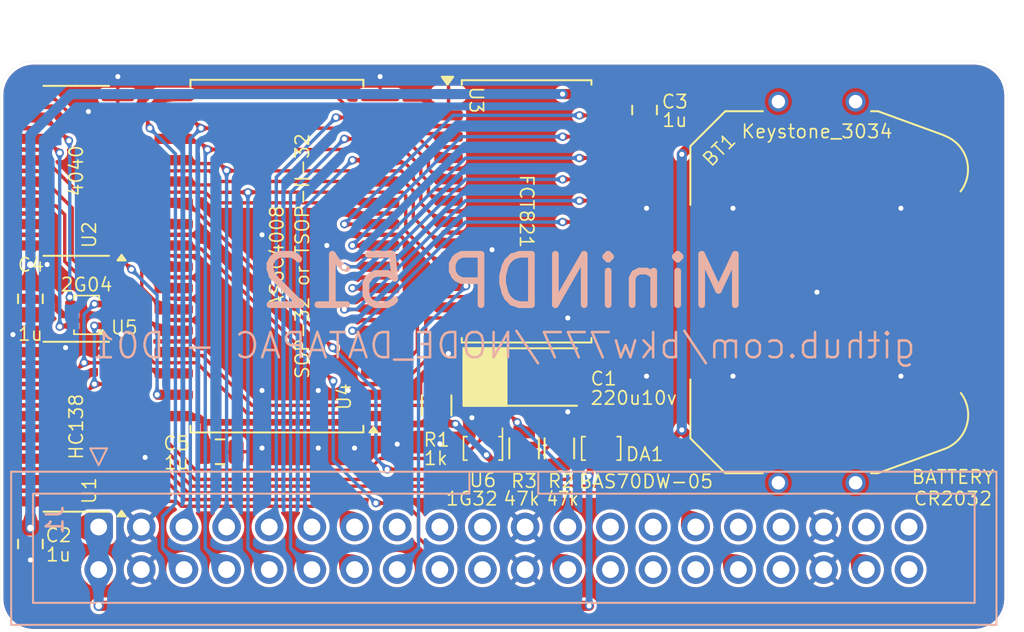
<source format=kicad_pcb>
(kicad_pcb (version 20240108) (generator "pcbnew") (generator_version "8.0")
  (title_block (title "MiniNDP 512") (date "2024-06-16") (rev "D01") (company "Brian K. White - b.kenyon.w@gmail.com") (comment 1 "github.com/bkw777/NODE_DATAPAC"))
  (layers (0 "F.Cu" signal) (31 "B.Cu" signal) (34 "B.Paste" user) (35 "F.Paste" user) (36 "B.SilkS" user "B.Silkscreen") (37 "F.SilkS" user "F.Silkscreen") (38 "B.Mask" user) (39 "F.Mask" user) (44 "Edge.Cuts" user))
  (net 0 "")
  (net 1 "GND")
  (net 2 "VMEM")
  (net 3 "VBUS")
  (net 4 "/AD0")
  (net 5 "/AD1")
  (net 6 "/AD2")
  (net 7 "/AD3")
  (net 8 "/AD4")
  (net 9 "/AD5")
  (net 10 "/AD6")
  (net 11 "/AD7")
  (net 12 "/A8")
  (net 13 "/A9")
  (net 14 "/~{RD}")
  (net 15 "/RAMRST")
  (net 16 "/~{Y0}")
  (net 17 "/(A)")
  (net 23 "/~{BLOCK}")
  (net 24 "/~{BYTE}")
  (net 27 "/BUS_A10")
  (net 30 "/SLEEP")
  (net 31 "/A5")
  (net 32 "/A6")
  (net 34 "/~{CE}")
  (net 35 "/A7")
  (net 36 "+BATT")
  (net 37 "/BUS_A8")
  (net 38 "/BUS_A9")
  (net 39 "/A0")
  (net 40 "/A1")
  (net 41 "/A2")
  (net 42 "/A3")
  (net 43 "/A4")
  (net 55 "/BYTE0")
  (net 57 "/~{WR}")
  (net 59 "Net-(C1-Pad1)")
  (net 61 "/A15")
  (net 62 "/A12")
  (net 63 "/A13")
  (net 64 "/A18")
  (net 65 "/A14")
  (net 66 "/A16")
  (net 67 "/A17")
  (net 68 "/A10")
  (net 69 "/A11")
  (net 70 "/~{BYTE++}")
  (footprint "000_LOCAL:CP_6032" (layer "F.Cu") (at 153.309 104.825)
    (property "Reference" "C1")
    (property "Value" "220u10v")
  )
  (footprint "000_LOCAL:C_0805" (layer "F.Cu") (at 123.756 114.771 -90)
    (property "Reference" "C2")
    (property "Value" "1u")
  )
  (footprint "000_LOCAL:SOIC-24" (layer "F.Cu") (at 153.309001 94.958999)
    (property "Reference" "U3")
    (property "Value" "FCT821")
  )
  (footprint "000_LOCAL:Fiducial_0.75_1.5" (layer "F.Cu") (at 179.95 118.025)
    (property "Reference" "F2" (hide yes))
    (property "Value" "Fiducial_0.75_1.5" (hide yes))
  )
  (footprint "000_LOCAL:TSOP-II-SOP-32_dual" (layer "F.Cu") (at 138.4372 97.626 180)
    (property "Reference" "U4")
    (property "Value" "AS6C4008")
  )
  (footprint "000_LOCAL:Fiducial_0.75_1.5" (layer "F.Cu") (at 179.95 88.025 90)
    (property "Reference" "F2" (hide yes))
    (property "Value" "Fiducial_0.75_1.5" (hide yes))
  )
  (footprint "000_LOCAL:SOT-363_SC-70-6_symmetric" (layer "F.Cu") (at 157.75 109.075 90)
    (property "Reference" "DA1")
    (property "Value" "BAS70DW-05")
  )
  (footprint "000_LOCAL:R_0805" (layer "F.Cu") (at 147.95 106.516 90)
    (property "Reference" "R1")
    (property "Value" "1k")
  )
  (footprint "000_LOCAL:SOT-353_SC-70-5" (layer "F.Cu") (at 150.709 109.075 -90)
    (property "Reference" "U6")
    (property "Value" "1G32")
  )
  (footprint "000_LOCAL:C_0805" (layer "F.Cu") (at 160.331999 88.924 -90)
    (property "Reference" "C3")
    (property "Value" "1u")
  )
  (footprint "000_LOCAL:R_0805" (layer "F.Cu") (at 155.259 109.075 90)
    (property "Reference" "R2")
    (property "Value" "47k")
  )
  (footprint "000_LOCAL:Fiducial_0.75_1.5" (layer "F.Cu") (at 123.95 118.025)
    (property "Reference" "F3" (hide yes))
    (property "Value" "Fiducial_0.75_1.5" (hide yes))
  )
  (footprint "000_LOCAL:MiniNDP_Cover" (layer "F.Cu") (at 151.95 103.025)
    (property "Reference" "ENCLOSURE")
    (property "Value" "MiniNDP_Cover")
  )
  (footprint "000_LOCAL:SOIC-16_3.9x9.9mm_P1.27mm" (layer "F.Cu") (at 126.485 107.786 180)
    (property "Reference" "U1")
    (property "Value" "HC138")
  )
  (footprint "000_LOCAL:SOT-363_SC-70-6" (layer "F.Cu") (at 127.1 101.125 180)
    (property "Reference" "U5")
    (property "Value" "2G04")
  )
  (footprint "000_LOCAL:Keystone_3028_3034" (layer "F.Cu") (at 170.6 99.775 90)
    (property "Reference" "BT1")
    (property "Value" "Keystone_3034")
  )
  (footprint "000_LOCAL:R_0805" (layer "F.Cu") (at 153.159 109.075 90)
    (property "Reference" "R3")
    (property "Value" "47k")
  )
  (footprint "000_LOCAL:C_0805" (layer "F.Cu") (at 123.756 100.166 -90)
    (property "Reference" "C4")
    (property "Value" "1u")
  )
  (footprint "000_LOCAL:SOIC-16_3.9x9.9mm_P1.27mm" (layer "F.Cu") (at 126.485 92.546 180)
    (property "Reference" "U2")
    (property "Value" "4040")
  )
  (footprint "000_LOCAL:C_0805" (layer "F.Cu") (at 135.05 109.275)
    (property "Reference" "C5")
    (property "Value" "1u")
  )
  (footprint "000_LOCAL:IDC-Header_2x20_P2.54mm_Vertical" (layer "B.Cu") (at 127.82 113.755 -90)
    (property "Reference" "J1")
    (property "Value" "Conn_02x20_Odd_Even")
  )
  (gr_line (start 123.95 86.025) (end 179.95 86.025) (stroke (width 0.01)) (layer "Edge.Cuts"))
  (gr_line (start 179.95 120.025) (end 123.95 120.025) (stroke (width 0.01)) (layer "Edge.Cuts"))
  (gr_arc (start 179.95 86.024999) (mid 181.364214 86.610786) (end 181.950001 88.025) (stroke (width 0.01)) (layer "Edge.Cuts"))
  (gr_arc (start 123.95 120.025) (mid 122.535786 119.439214) (end 121.95 118.025) (stroke (width 0.01)) (layer "Edge.Cuts"))
  (gr_arc (start 181.950001 118.025) (mid 181.364214 119.439214) (end 179.95 120.025001) (stroke (width 0.01)) (layer "Edge.Cuts"))
  (gr_line (start 181.95 88.025) (end 181.95 118.025) (stroke (width 0.01)) (layer "Edge.Cuts"))
  (gr_arc (start 121.949999 88.025) (mid 122.535786 86.610786) (end 123.95 86.024999) (stroke (width 0.01)) (layer "Edge.Cuts"))
  (gr_line (start 121.95 118.025) (end 121.95 88.025) (stroke (width 0.01)) (layer "Edge.Cuts"))
  (gr_text "${TITLE}" (at 151.95 99.15 0) (layer "B.SilkS") (effects (font (size 3 3) (thickness 0.4)) (justify mirror)))
  (gr_text "${COMMENT1} - ${REVISION}" (at 151.95 102.96 0) (layer "B.SilkS") (effects (font (size 1.5 1.5)) (justify mirror)))
  (gr_text "SOP-32 or TSOP-II-32" (at 139.95 97.625 90) (layer "F.SilkS") (effects (font (size 0.8 0.8) (thickness 0.1))))
  (gr_text "BATTERY\nCR2032" (at 178.7 111.425 0) (layer "F.SilkS") (effects (font (size 0.8 0.8) (thickness 0.1))))
  (via (at 150.05 107.25) (size 0.5) (drill 0.3) (layers "F.Cu" "B.Cu") (net 1))
  (via (at 129.15 102.275) (size 0.5) (drill 0.3) (layers "F.Cu" "B.Cu") (net 1))
  (via (at 155.76 101.309) (size 0.5) (drill 0.3) (layers "F.Cu" "B.Cu") (net 1))
  (via (at 151.25 97.245) (size 0.5) (drill 0.3) (layers "F.Cu" "B.Cu") (net 1))
  (via (at 170.6 99.775) (size 0.5) (drill 0.3) (layers "F.Cu" "B.Cu") (net 1))
  (via (at 165.6 94.775) (size 0.5) (drill 0.3) (layers "F.Cu" "B.Cu") (net 1))
  (via (at 128.963 86.9326) (size 0.5) (drill 0.3) (layers "F.Cu" "B.Cu") (net 1))
  (via (at 143.06 109.056) (size 0.5) (drill 0.3) (layers "F.Cu" "B.Cu") (net 1))
  (via (at 175.6 94.775) (size 0.5) (drill 0.3) (layers "F.Cu" "B.Cu") (net 1))
  (via (at 145.6 108.825) (size 0.5) (drill 0.3) (layers "F.Cu" "B.Cu") (net 1))
  (via (at 124.75 98.125) (size 0.5) (drill 0.3) (layers "F.Cu" "B.Cu") (net 1))
  (via (at 137.55 96.356) (size 0.5) (drill 0.3) (layers "F.Cu" "B.Cu") (net 1))
  (via (at 140.9 105.627) (size 0.5) (drill 0.3) (layers "F.Cu" "B.Cu") (net 1))
  (via (at 140.9 109.056) (size 0.5) (drill 0.3) (layers "F.Cu" "B.Cu") (net 1))
  (via (at 122.7146 102.2996) (size 0.5) (drill 0.3) (layers "F.Cu" "B.Cu") (net 1))
  (via (at 165.6 104.775) (size 0.5) (drill 0.3) (layers "F.Cu" "B.Cu") (net 1))
  (via (at 123.756 115.721) (size 0.5) (drill 0.3) (layers "F.Cu" "B.Cu") (net 1))
  (via (at 141.409 96.991) (size 0.5) (drill 0.3) (layers "F.Cu" "B.Cu") (net 1))
  (via (at 130.5886 109.6148) (size 0.5) (drill 0.3) (layers "F.Cu" "B.Cu") (net 1))
  (via (at 137.55 109.056) (size 0.5) (drill 0.3) (layers "F.Cu" "B.Cu") (net 1))
  (via (at 160.45 104.775) (size 0.5) (drill 0.3) (layers "F.Cu" "B.Cu") (net 1))
  (via (at 144.584 86.9326) (size 0.5) (drill 0.3) (layers "F.Cu" "B.Cu") (net 1))
  (via (at 137.5482 105.627) (size 0.5) (drill 0.3) (layers "F.Cu" "B.Cu") (net 1))
  (via (at 125.85 103.075) (size 0.5) (drill 0.3) (layers "F.Cu" "B.Cu") (net 1))
  (via (at 127.2104 89.0154) (size 0.5) (drill 0.3) (layers "F.Cu" "B.Cu") (net 1))
  (via (at 142.679 105.627) (size 0.5) (drill 0.3) (layers "F.Cu" "B.Cu") (net 1))
  (via (at 160.45 94.775) (size 0.5) (drill 0.3) (layers "F.Cu" "B.Cu") (net 1))
  (via (at 175.6 104.775) (size 0.5) (drill 0.3) (layers "F.Cu" "B.Cu") (net 1))
  (via (at 155.76 106.897) (size 0.5) (drill 0.3) (layers "F.Cu" "B.Cu") (net 1))
  (via (at 148.65 103.425) (size 0.5) (drill 0.3) (layers "F.Cu" "B.Cu") (net 1))
  (via (at 148.14 108.802) (size 0.5) (drill 0.3) (layers "F.Cu" "B.Cu") (net 1))
  (segment (start 148.109001 107.625) (end 147.95 107.465999) (width 0.4) (layer "F.Cu") (net 2))
  (segment (start 147.790999 107.625) (end 146.45 107.625) (width 0.4) (layer "F.Cu") (net 2))
  (segment (start 155.7 109.525) (end 155.7 110.024999) (width 0.4) (layer "F.Cu") (net 2))
  (segment (start 134.1 109.275) (end 134.1 107.525) (width 0.4) (layer "F.Cu") (net 2))
  (segment (start 147.95 107.465999) (end 147.790999 107.625) (width 0.4) (layer "F.Cu") (net 2))
  (segment (start 157.1 108.125) (end 155.7 109.525) (width 0.4) (layer "F.Cu") (net 2))
  (segment (start 150.9125 109.4625) (end 151.359 109.909) (width 0.4) (layer "F.Cu") (net 2))
  (segment (start 151.359 109.909) (end 151.359 110.025) (width 0.4) (layer "F.Cu") (net 2))
  (segment (start 155.259 110.024999) (end 153.159 110.024999) (width 0.4) (layer "F.Cu") (net 2))
  (segment (start 142.672 107.525) (end 134.1 107.525) (width 0.4) (layer "F.Cu") (net 2))
  (segment (start 132.392 107.2526) (end 132.2904 107.151) (width 0.4) (layer "F.Cu") (net 2))
  (segment (start 146.15 107.925) (end 143.072 107.925) (width 0.4) (layer "F.Cu") (net 2))
  (segment (start 149.075 107.625) (end 148.109001 107.625) (width 0.4) (layer "F.Cu") (net 2))
  (segment (start 146.45 107.625) (end 146.15 107.925) (width 0.4) (layer "F.Cu") (net 2))
  (segment (start 155.7 110.024999) (end 155.259 110.024999) (width 0.4) (layer "F.Cu") (net 2))
  (segment (start 151.359 110.025) (end 151.359001 110.024999) (width 0.4) (layer "F.Cu") (net 2))
  (segment (start 134.1 107.525) (end 133.8276 107.2526) (width 0.4) (layer "F.Cu") (net 2))
  (segment (start 151.359001 110.024999) (end 153.159 110.024999) (width 0.4) (layer "F.Cu") (net 2))
  (segment (start 133.8276 107.2526) (end 132.392 107.2526) (width 0.4) (layer "F.Cu") (net 2))
  (segment (start 143.072 107.925) (end 142.672 107.525) (width 0.4) (layer "F.Cu") (net 2))
  (via (at 149.075 107.625) (size 0.5) (drill 0.3) (layers "F.Cu" "B.Cu") (net 2))
  (via (at 150.9125 109.4625) (size 0.5) (drill 0.3) (layers "F.Cu" "B.Cu") (net 2))
  (segment (start 149.075 107.625) (end 150.9125 109.4625) (width 0.4) (layer "B.Cu") (net 2))
  (segment (start 127.82 118.454) (end 157.03 118.454) (width 0.6) (layer "F.Cu") (net 3))
  (segment (start 123.756 98.134) (end 123.756 97.245) (width 0.6) (layer "F.Cu") (net 3))
  (segment (start 127.754 113.821) (end 123.756 113.821) (width 0.9) (layer "F.Cu") (net 3))
  (segment (start 123.994799 99.4548) (end 124.5298 99.4548) (width 0.4) (layer "F.Cu") (net 3))
  (segment (start 157.03 110.725) (end 157.1 110.655) (width 0.4) (layer "F.Cu") (net 3))
  (segment (start 123.756 99.216001) (end 123.756 98.134) (width 0.6) (layer "F.Cu") (net 3))
  (segment (start 127.82 113.755) (end 127.754 113.821) (width 0.9) (layer "F.Cu") (net 3))
  (segment (start 125.4 100.325) (end 125.4 100.825) (width 0.4) (layer "F.Cu") (net 3))
  (segment (start 123.756 112.485) (end 123.756 113.821) (width 0.6) (layer "F.Cu") (net 3))
  (segment (start 123.756 99.216001) (end 123.994799 99.4548) (width 0.4) (layer "F.Cu") (net 3))
  (segment (start 124.5298 99.4548) (end 125.4 100.325) (width 0.4) (layer "F.Cu") (net 3))
  (segment (start 157.959001 87.974) (end 160.331999 87.974) (width 0.6) (layer "F.Cu") (net 3))
  (segment (start 124.01 112.231) (end 123.756 112.485) (width 0.6) (layer "F.Cu") (net 3))
  (segment (start 125.7 101.125) (end 126.150001 101.125) (width 0.4) (layer "F.Cu") (net 3))
  (segment (start 125.4 100.825) (end 125.7 101.125) (width 0.4) (layer "F.Cu") (net 3))
  (segment (start 123.756 97.245) (end 124.01 96.991) (width 0.6) (layer "F.Cu") (net 3))
  (segment (start 157.1 110.655) (end 157.1 110.225) (width 0.4) (layer "F.Cu") (net 3))
  (segment (start 155.45 87.974) (end 157.959001 87.974) (width 0.6) (layer "F.Cu") (net 3))
  (via (at 123.756 113.821) (size 0.6) (drill 0.4) (layers "F.Cu" "B.Cu") (net 3))
  (via (at 157.03 110.725) (size 0.5) (drill 0.3) (layers "F.Cu" "B.Cu") (net 3))
  (via (at 155.45 87.974) (size 0.5) (drill 0.3) (layers "F.Cu" "B.Cu") (net 3))
  (via (at 127.82 118.454) (size 0.6) (drill 0.4) (layers "F.Cu" "B.Cu") (net 3))
  (via (at 123.756 98.134) (size 0.6) (drill 0.4) (layers "F.Cu" "B.Cu") (net 3))
  (via (at 157.03 118.454) (size 0.5) (drill 0.3) (layers "F.Cu" "B.Cu") (net 3))
  (segment (start 127.82 116.295) (end 127.82 118.454) (width 0.6) (layer "B.Cu") (net 3))
  (segment (start 123.756 98.134) (end 123.756 90.387) (width 0.6) (layer "B.Cu") (net 3))
  (segment (start 123.756 90.387) (end 126.169 87.974) (width 0.6) (layer "B.Cu") (net 3))
  (segment (start 123.756 113.821) (end 123.756 98.134) (width 0.6) (layer "B.Cu") (net 3))
  (segment (start 126.169 87.974) (end 155.45 87.974) (width 0.6) (layer "B.Cu") (net 3))
  (segment (start 157.03 110.725) (end 157.03 118.454) (width 0.4) (layer "B.Cu") (net 3))
  (segment (start 127.82 116.295) (end 127.82 113.755) (width 1) (layer "B.Cu") (net 3))
  (segment (start 141.976 88.101) (end 142.611 88.736) (width 0.2) (layer "F.Cu") (net 4))
  (segment (start 130.741 88.8122) (end 131.4522 88.101) (width 0.2) (layer "F.Cu") (net 4))
  (segment (start 130.741 89.879) (end 130.741 88.8122) (width 0.2) (layer "F.Cu") (net 4))
  (segment (start 132.2904 88.101) (end 141.976 88.101) (width 0.2) (layer "F.Cu") (net 4))
  (segment (start 147.3018 89.0408) (end 148.455802 89.0408) (width 0.2) (layer "F.Cu") (net 4))
  (segment (start 142.611 88.736) (end 146.997 88.736) (width 0.2) (layer "F.Cu") (net 4))
  (segment (start 130.868 90.006) (end 130.741 89.879) (width 0.2) (layer "F.Cu") (net 4))
  (segment (start 146.997 88.736) (end 147.3018 89.0408) (width 0.2) (layer "F.Cu") (net 4))
  (segment (start 131.4522 88.101) (end 132.2904 88.101) (width 0.2) (layer "F.Cu") (net 4))
  (segment (start 148.455802 89.0408) (end 148.659001 89.243999) (width 0.2) (layer "F.Cu") (net 4))
  (via (at 130.868 90.006) (size 0.5) (drill 0.3) (layers "F.Cu" "B.Cu") (net 4))
  (segment (start 132.392 112.358) (end 131.63 113.12) (width 0.2) (layer "B.Cu") (net 4))
  (segment (start 132.392 91.53) (end 132.392 112.358) (width 0.2) (layer "B.Cu") (net 4))
  (segment (start 130.868 90.006) (end 132.392 91.53) (width 0.2) (layer "B.Cu") (net 4))
  (segment (start 131.63 113.12) (end 131.63 115.025) (width 0.2) (layer "B.Cu") (net 4))
  (segment (start 131.63 115.025) (end 132.9 116.295) (width 0.2) (layer "B.Cu") (net 4))
  (segment (start 132.4936 89.5742) (end 132.2904 89.371) (width 0.2) (layer "F.Cu") (net 5))
  (segment (start 146.29 90.006) (end 148.067999 91.783999) (width 0.2) (layer "F.Cu") (net 5))
  (segment (start 133.916 90.006) (end 133.4842 89.5742) (width 0.2) (layer "F.Cu") (net 5))
  (segment (start 133.4842 89.5742) (end 132.4936 89.5742) (width 0.2) (layer "F.Cu") (net 5))
  (segment (start 148.067999 91.783999) (end 148.659 91.783999) (width 0.2) (layer "F.Cu") (net 5))
  (segment (start 133.916 90.006) (end 146.29 90.006) (width 0.2) (layer "F.Cu") (net 5))
  (via (at 133.916 90.006) (size 0.5) (drill 0.3) (layers "F.Cu" "B.Cu") (net 5))
  (segment (start 133.916 90.006) (end 133.281 90.641) (width 0.2) (layer "B.Cu") (net 5))
  (segment (start 133.281 113.374) (end 132.9 113.755) (width 0.2) (layer "B.Cu") (net 5))
  (segment (start 133.281 90.641) (end 133.281 113.374) (width 0.2) (layer "B.Cu") (net 5))
  (segment (start 147.009 92.304) (end 147.009 92.7612) (width 0.2) (layer "F.Cu") (net 6))
  (segment (start 147.459 93.875) (end 147.709 94.125) (width 0.2) (layer "F.Cu") (net 6))
  (segment (start 133.8682 90.8442) (end 132.4936 90.8442) (width 0.2) (layer "F.Cu") (net 6))
  (segment (start 134.3 91.276) (end 145.981 91.276) (width 0.2) (layer "F.Cu") (net 6))
  (segment (start 132.4936 90.8442) (end 132.2904 90.641) (width 0.2) (layer "F.Cu") (net 6))
  (segment (start 148.460002 94.125) (end 148.659001 94.323999) (width 0.2) (layer "F.Cu") (net 6))
  (segment (start 134.3 91.276) (end 133.8682 90.8442) (width 0.2) (layer "F.Cu") (net 6))
  (segment (start 145.981 91.276) (end 147.009 92.304) (width 0.2) (layer "F.Cu") (net 6))
  (segment (start 147.009 92.7612) (end 147.459 93.2112) (width 0.2) (layer "F.Cu") (net 6))
  (segment (start 147.459 93.2112) (end 147.459 93.875) (width 0.2) (layer "F.Cu") (net 6))
  (segment (start 147.709 94.125) (end 148.460002 94.125) (width 0.2) (layer "F.Cu") (net 6))
  (via (at 134.3 91.276) (size 0.5) (drill 0.3) (layers "F.Cu" "B.Cu") (net 6))
  (segment (start 134.3 91.276) (end 134.17 91.406) (width 0.2) (layer "B.Cu") (net 6))
  (segment (start 134.17 91.406) (end 134.17 115.025) (width 0.2) (layer "B.Cu") (net 6))
  (segment (start 134.17 115.025) (end 135.44 116.295) (width 0.2) (layer "B.Cu") (net 6))
  (segment (start 146.109 92.804) (end 146.109 93.2836) (width 0.2) (layer "F.Cu") (net 7))
  (segment (start 135.44 92.525) (end 135.0292 92.1142) (width 0.2) (layer "F.Cu") (net 7))
  (segment (start 146.559 93.7336) (end 146.559 95.325) (width 0.2) (layer "F.Cu") (net 7))
  (segment (start 135.44 92.525) (end 135.461 92.546) (width 0.2) (layer "F.Cu") (net 7))
  (segment (start 146.559 95.325) (end 148.097999 96.863999) (width 0.2) (layer "F.Cu") (net 7))
  (segment (start 135.0292 92.1142) (end 132.4936 92.1142) (width 0.2) (layer "F.Cu") (net 7))
  (segment (start 132.4936 92.1142) (end 132.2904 91.911) (width 0.2) (layer "F.Cu") (net 7))
  (segment (start 148.097999 96.863999) (end 148.659001 96.863999) (width 0.2) (layer "F.Cu") (net 7))
  (segment (start 135.461 92.546) (end 145.851 92.546) (width 0.2) (layer "F.Cu") (net 7))
  (segment (start 146.109 93.2836) (end 146.559 93.7336) (width 0.2) (layer "F.Cu") (net 7))
  (segment (start 145.851 92.546) (end 146.109 92.804) (width 0.2) (layer "F.Cu") (net 7))
  (via (at 135.44 92.525) (size 0.5) (drill 0.3) (layers "F.Cu" "B.Cu") (net 7))
  (segment (start 135.44 92.525) (end 135.44 113.755) (width 0.2) (layer "B.Cu") (net 7))
  (segment (start 148.108999 98.133999) (end 148.659 98.133999) (width 0.2) (layer "F.Cu") (net 8))
  (segment (start 132.4936 93.3842) (end 132.2904 93.181) (width 0.2) (layer "F.Cu") (net 8))
  (segment (start 134.5002 93.3842) (end 132.4936 93.3842) (width 0.2) (layer "F.Cu") (net 8))
  (segment (start 145.9 93.816) (end 146.109 94.025) (width 0.2) (layer "F.Cu") (net 8))
  (segment (start 146.109 96.134) (end 148.108999 98.133999) (width 0.2) (layer "F.Cu") (net 8))
  (segment (start 146.109 94.025) (end 146.109 96.134) (width 0.2) (layer "F.Cu") (net 8))
  (segment (start 136.719 93.816) (end 145.9 93.816) (width 0.2) (layer "F.Cu") (net 8))
  (segment (start 136.71 93.825) (end 134.941 93.825) (width 0.2) (layer "F.Cu") (net 8))
  (segment (start 136.71 93.825) (end 136.719 93.816) (width 0.2) (layer "F.Cu") (net 8))
  (segment (start 134.941 93.825) (end 134.5002 93.3842) (width 0.2) (layer "F.Cu") (net 8))
  (via (at 136.71 93.825) (size 0.5) (drill 0.3) (layers "F.Cu" "B.Cu") (net 8))
  (segment (start 136.71 93.825) (end 136.71 115.025) (width 0.2) (layer "B.Cu") (net 8))
  (segment (start 136.71 115.025) (end 137.98 116.295) (width 0.2) (layer "B.Cu") (net 8))
  (segment (start 146.5914 89.575) (end 147.3414 90.325) (width 0.2) (layer "F.Cu") (net 9))
  (segment (start 148.470002 90.325) (end 148.659001 90.513999) (width 0.2) (layer "F.Cu") (net 9))
  (segment (start 144.8134 89.575) (end 146.5914 89.575) (width 0.2) (layer "F.Cu") (net 9))
  (segment (start 144.6094 89.371) (end 144.8134 89.575) (width 0.2) (layer "F.Cu") (net 9))
  (segment (start 141.95 89.371) (end 144.6094 89.371) (width 0.2) (layer "F.Cu") (net 9))
  (segment (start 147.3414 90.325) (end 148.470002 90.325) (width 0.2) (layer "F.Cu") (net 9))
  (via (at 141.95 89.371) (size 0.5) (drill 0.3) (layers "F.Cu" "B.Cu") (net 9))
  (segment (start 138.4 92.921) (end 138.4 113.335) (width 0.2) (layer "B.Cu") (net 9))
  (segment (start 141.95 89.371) (end 138.4 92.921) (width 0.2) (layer "B.Cu") (net 9))
  (segment (start 138.4 113.335) (end 137.98 113.755) (width 0.2) (layer "B.Cu") (net 9))
  (segment (start 147.459 92.0174) (end 147.459 92.426) (width 0.2) (layer "F.Cu") (net 10))
  (segment (start 148.086999 93.053999) (end 148.659001 93.053999) (width 0.2) (layer "F.Cu") (net 10))
  (segment (start 142.45 90.641) (end 144.6094 90.641) (width 0.2) (layer "F.Cu") (net 10))
  (segment (start 144.7934 90.825) (end 146.2666 90.825) (width 0.2) (layer "F.Cu") (net 10))
  (segment (start 146.2666 90.825) (end 147.459 92.0174) (width 0.2) (layer "F.Cu") (net 10))
  (segment (start 144.6094 90.641) (end 144.7934 90.825) (width 0.2) (layer "F.Cu") (net 10))
  (segment (start 147.459 92.426) (end 148.086999 93.053999) (width 0.2) (layer "F.Cu") (net 10))
  (via (at 142.45 90.641) (size 0.5) (drill 0.3) (layers "F.Cu" "B.Cu") (net 10))
  (segment (start 139.25 93.841) (end 139.25 115.025) (width 0.2) (layer "B.Cu") (net 10))
  (segment (start 139.25 115.025) (end 140.52 116.295) (width 0.2) (layer "B.Cu") (net 10))
  (segment (start 142.45 90.641) (end 139.25 93.841) (width 0.2) (layer "B.Cu") (net 10))
  (segment (start 146.0688 92.075) (end 146.559 92.5652) (width 0.2) (layer "F.Cu") (net 11))
  (segment (start 142.933 91.911) (end 144.6094 91.911) (width 0.2) (layer "F.Cu") (net 11))
  (segment (start 147.009 94.475) (end 148.127999 95.593999) (width 0.2) (layer "F.Cu") (net 11))
  (segment (start 144.6094 91.911) (end 144.7734 92.075) (width 0.2) (layer "F.Cu") (net 11))
  (segment (start 146.559 92.5652) (end 146.559 93.0245) (width 0.2) (layer "F.Cu") (net 11))
  (segment (start 144.7734 92.075) (end 146.0688 92.075) (width 0.2) (layer "F.Cu") (net 11))
  (segment (start 147.009 93.4745) (end 147.009 94.475) (width 0.2) (layer "F.Cu") (net 11))
  (segment (start 148.127999 95.593999) (end 148.659001 95.593999) (width 0.2) (layer "F.Cu") (net 11))
  (segment (start 146.559 93.0245) (end 147.009 93.4745) (width 0.2) (layer "F.Cu") (net 11))
  (via (at 142.933 91.911) (size 0.5) (drill 0.3) (layers "F.Cu" "B.Cu") (net 11))
  (segment (start 140.1 94.744) (end 140.1 113.335) (width 0.2) (layer "B.Cu") (net 11))
  (segment (start 142.933 91.911) (end 140.1 94.744) (width 0.2) (layer "B.Cu") (net 11))
  (segment (start 140.1 113.335) (end 140.52 113.755) (width 0.2) (layer "B.Cu") (net 11))
  (segment (start 132.2904 102.071) (end 131.4522 102.071) (width 0.2) (layer "F.Cu") (net 12))
  (segment (start 124.6704 91.911) (end 124.01 91.911) (width 0.2) (layer "F.Cu") (net 12))
  (segment (start 126.7 97.6236) (end 126.7 93.9406) (width 0.2) (layer "F.Cu") (net 12))
  (segment (start 130.8 101.4188) (end 130.8 100.525) (width 0.2) (layer "F.Cu") (net 12))
  (segment (start 127.5014 98.425) (end 126.7 97.6236) (width 0.2) (layer "F.Cu") (net 12))
  (segment (start 126.7 93.9406) (end 124.6704 91.911) (width 0.2) (layer "F.Cu") (net 12))
  (segment (start 128.7 98.425) (end 127.5014 98.425) (width 0.2) (layer "F.Cu") (net 12))
  (segment (start 130.8 100.525) (end 128.7 98.425) (width 0.2) (layer "F.Cu") (net 12))
  (segment (start 131.4522 102.071) (end 130.8 101.4188) (width 0.2) (layer "F.Cu") (net 12))
  (segment (start 132.0872 104.4078) (end 132.2904 104.611) (width 0.2) (layer "F.Cu") (net 13))
  (segment (start 125.29 94.645) (end 125.8 95.155) (width 0.2) (layer "F.Cu") (net 13))
  (segment (start 125.8 97.9428) (end 127.0822 99.225) (width 0.2) (layer "F.Cu") (net 13))
  (segment (start 127.0822 99.225) (end 128.3 99.225) (width 0.2) (layer "F.Cu") (net 13))
  (segment (start 130 101.825) (end 130.3346 102.1596) (width 0.2) (layer "F.Cu") (net 13))
  (segment (start 124.01 94.451) (end 124.204 94.645) (width 0.2) (layer "F.Cu") (net 13))
  (segment (start 128.3 99.225) (end 130 100.925) (width 0.2) (layer "F.Cu") (net 13))
  (segment (start 130 100.925) (end 130 101.825) (width 0.2) (layer "F.Cu") (net 13))
  (segment (start 125.8 95.155) (end 125.8 97.9428) (width 0.2) (layer "F.Cu") (net 13))
  (segment (start 130.3346 102.1596) (end 130.3346 103.7728) (width 0.2) (layer "F.Cu") (net 13))
  (segment (start 130.3346 103.7728) (end 130.9696 104.4078) (width 0.2) (layer "F.Cu") (net 13))
  (segment (start 124.204 94.645) (end 125.29 94.645) (width 0.2) (layer "F.Cu") (net 13))
  (segment (start 130.9696 104.4078) (end 132.0872 104.4078) (width 0.2) (layer "F.Cu") (net 13))
  (segment (start 144.33 112.3326) (end 146.0576 112.3326) (width 0.2) (layer "F.Cu") (net 14))
  (segment (start 147.5 115.025) (end 154.49 115.025) (width 0.2) (layer "F.Cu") (net 14))
  (segment (start 146.0576 112.3326) (end 146.87 113.145) (width 0.2) (layer "F.Cu") (net 14))
  (segment (start 141.79 105.065) (end 133.9192 97.1942) (width 0.2) (layer "F.Cu") (net 14))
  (segment (start 154.49 115.025) (end 155.76 116.295) (width 0.2) (layer "F.Cu") (net 14))
  (segment (start 132.4936 97.1942) (end 132.2904 96.991) (width 0.2) (layer "F.Cu") (net 14))
  (segment (start 146.87 114.395) (end 147.5 115.025) (width 0.2) (layer "F.Cu") (net 14))
  (segment (start 133.9192 97.1942) (end 132.4936 97.1942) (width 0.2) (layer "F.Cu") (net 14))
  (segment (start 146.87 113.145) (end 146.87 114.395) (width 0.2) (layer "F.Cu") (net 14))
  (via (at 141.79 105.065) (size 0.5) (drill 0.3) (layers "F.Cu" "B.Cu") (net 14))
  (via (at 144.33 112.3326) (size 0.5) (drill 0.3) (layers "F.Cu" "B.Cu") (net 14))
  (segment (start 141.79 109.7926) (end 144.33 112.3326) (width 0.2) (layer "B.Cu") (net 14))
  (segment (start 141.79 105.065) (end 141.79 109.7926) (width 0.2) (layer "B.Cu") (net 14))
  (segment (start 163.1 110.225) (end 158.4 110.225) (width 0.2) (layer "F.Cu") (net 15))
  (segment (start 173.54 116.295) (end 172.27 115.025) (width 0.2) (layer "F.Cu") (net 15))
  (segment (start 166.5 112.425) (end 165.3 112.425) (width 0.2) (layer "F.Cu") (net 15))
  (segment (start 165.3 112.425) (end 163.1 110.225) (width 0.2) (layer "F.Cu") (net 15))
  (segment (start 167.19 114.41525) (end 167.19 113.115) (width 0.2) (layer "F.Cu") (net 15))
  (segment (start 167.19 113.115) (end 166.5 112.425) (width 0.2) (layer "F.Cu") (net 15))
  (segment (start 172.27 115.025) (end 167.79975 115.025) (width 0.2) (layer "F.Cu") (net 15))
  (segment (start 158.4 110.225) (end 158.4 110.025) (width 0.2) (layer "F.Cu") (net 15))
  (segment (start 167.79975 115.025) (end 167.19 114.41525) (width 0.2) (layer "F.Cu") (net 15))
  (segment (start 129.1378 108.5988) (end 128.96 108.421) (width 0.2) (layer "F.Cu") (net 16))
  (segment (start 163.38 113.755) (end 163.38 113.501) (width 0.2) (layer "F.Cu") (net 16))
  (segment (start 130.6238 108.5988) (end 129.1378 108.5988) (width 0.2) (layer "F.Cu") (net 16))
  (segment (start 163.38 113.501) (end 161.204 111.325) (width 0.2) (layer "F.Cu") (net 16))
  (segment (start 161.204 111.325) (end 133.35 111.325) (width 0.2) (layer "F.Cu") (net 16))
  (segment (start 133.35 111.325) (end 130.6238 108.5988) (width 0.2) (layer "F.Cu") (net 16))
  (segment (start 128.7822 106.0588) (end 128.96 105.881) (width 0.2) (layer "F.Cu") (net 17))
  (segment (start 127.2 109.875) (end 127.2 106.575) (width 0.2) (layer "F.Cu") (net 17))
  (segment (start 162.11 114.39) (end 162.11 113.1835) (width 0.2) (layer "F.Cu") (net 17))
  (segment (start 162.11 113.1835) (end 160.6515 111.725) (width 0.2) (layer "F.Cu") (net 17))
  (segment (start 131.751 110.326) (end 127.651 110.326) (width 0.2) (layer "F.Cu") (net 17))
  (segment (start 162.745 115.025) (end 162.11 114.39) (width 0.2) (layer "F.Cu") (net 17))
  (segment (start 165.92 116.295) (end 164.65 115.025) (width 0.2) (layer "F.Cu") (net 17))
  (segment (start 133.15 111.725) (end 131.751 110.326) (width 0.2) (layer "F.Cu") (net 17))
  (segment (start 127.2 106.575) (end 127.7162 106.0588) (width 0.2) (layer "F.Cu") (net 17))
  (segment (start 127.7162 106.0588) (end 128.7822 106.0588) (width 0.2) (layer "F.Cu") (net 17))
  (segment (start 127.651 110.326) (end 127.2 109.875) (width 0.2) (layer "F.Cu") (net 17))
  (segment (start 160.6515 111.725) (end 133.15 111.725) (width 0.2) (layer "F.Cu") (net 17))
  (segment (start 164.65 115.025) (end 162.745 115.025) (width 0.2) (layer "F.Cu") (net 17))
  (segment (start 156.4 110.425) (end 156.4 109.725) (width 0.2) (layer "F.Cu") (net 23))
  (segment (start 157.35 108.775) (end 158.75 108.775) (width 0.2) (layer "F.Cu") (net 23))
  (segment (start 126.7 106.112) (end 126.7 108.0424) (width 0.2) (layer "F.Cu") (net 23))
  (segment (start 128.05 101.775) (end 127.566 101.775) (width 0.2) (layer "F.Cu") (net 23))
  (segment (start 130.0298 105.246) (end 130.2838 105.5) (width 0.2) (layer "F.Cu") (net 23))
  (segment (start 158.75 108.775) (end 159 108.525) (width 0.2) (layer "F.Cu") (net 23))
  (segment (start 127.566 105.246) (end 130.0298 105.246) (width 0.2) (layer "F.Cu") (net 23))
  (segment (start 127.566 105.246) (end 126.7 106.112) (width 0.2) (layer "F.Cu") (net 23))
  (segment (start 125.2292 109.5132) (end 124.1878 109.5132) (width 0.2) (layer "F.Cu") (net 23))
  (segment (start 159 102.425) (end 158.518998 101.943998) (width 0.2) (layer "F.Cu") (net 23))
  (segment (start 124.1878 109.5132) (end 124.01 109.691) (width 0.2) (layer "F.Cu") (net 23))
  (segment (start 159 108.525) (end 159 102.425) (width 0.2) (layer "F.Cu") (net 23))
  (segment (start 130.2838 105.5) (end 130.2838 107.6588) (width 0.2) (layer "F.Cu") (net 23))
  (segment (start 126.7 108.0424) (end 125.2292 109.5132) (width 0.2) (layer "F.Cu") (net 23))
  (segment (start 156.4 109.725) (end 157.35 108.775) (width 0.2) (layer "F.Cu") (net 23))
  (segment (start 130.2838 107.6588) (end 133.55 110.925) (width 0.2) (layer "F.Cu") (net 23))
  (segment (start 158.518998 101.943998) (end 157.959001 101.943998) (width 0.2) (layer "F.Cu") (net 23))
  (segment (start 155.9 110.925) (end 156.4 110.425) (width 0.2) (layer "F.Cu") (net 23))
  (segment (start 133.55 110.925) (end 155.9 110.925) (width 0.2) (layer "F.Cu") (net 23))
  (via (at 127.566 105.246) (size 0.5) (drill 0.3) (layers "F.Cu" "B.Cu") (net 23))
  (via (at 127.566 101.775) (size 0.5) (drill 0.3) (layers "F.Cu" "B.Cu") (net 23))
  (segment (start 127.566 105.246) (end 127.566 101.775) (width 0.2) (layer "B.Cu") (net 23))
  (segment (start 144.6 109.675) (end 149.459 109.675) (width 0.2) (layer "F.Cu") (net 24))
  (segment (start 130.6902 107.4652) (end 133.6 110.375) (width 0.2) (layer "F.Cu") (net 24))
  (segment (start 125.75 106.4524) (end 125.2292 106.9732) (width 0.2) (layer "F.Cu") (net 24))
  (segment (start 128.05 100.475) (end 127.566 100.475) (width 0.2) (layer "F.Cu") (net 24))
  (segment (start 149.459 109.675) (end 150.609 108.525) (width 0.2) (layer "F.Cu") (net 24))
  (segment (start 133.6 110.375) (end 143.9 110.375) (width 0.2) (layer "F.Cu") (net 24))
  (segment (start 150.609 108.225001) (end 150.709 108.125001) (width 0.2) (layer "F.Cu") (net 24))
  (segment (start 150.609 108.525) (end 150.609 108.225001) (width 0.2) (layer "F.Cu") (net 24))
  (segment (start 125.75 105.175) (end 125.75 106.4524) (width 0.2) (layer "F.Cu") (net 24))
  (segment (start 143.9 110.375) (end 144.6 109.675) (width 0.2) (layer "F.Cu") (net 24))
  (segment (start 125.2292 106.9732) (end 124.1878 106.9732) (width 0.2) (layer "F.Cu") (net 24))
  (segment (start 126.95 103.975) (end 126.951 103.976) (width 0.2) (layer "F.Cu") (net 24))
  (segment (start 130.6902 104.69355) (end 130.6902 107.4652) (width 0.2) (layer "F.Cu") (net 24))
  (segment (start 129.97265 103.976) (end 130.6902 104.69355) (width 0.2) (layer "F.Cu") (net 24))
  (segment (start 126.951 103.976) (end 129.97265 103.976) (width 0.2) (layer "F.Cu") (net 24))
  (segment (start 124.1878 106.9732) (end 124.01 107.151) (width 0.2) (layer "F.Cu") (net 24))
  (segment (start 126.95 103.975) (end 125.75 105.175) (width 0.2) (layer "F.Cu") (net 24))
  (via (at 127.566 100.475) (size 0.5) (drill 0.3) (layers "F.Cu" "B.Cu") (net 24))
  (via (at 126.95 103.975) (size 0.5) (drill 0.3) (layers "F.Cu" "B.Cu") (net 24))
  (segment (start 126.95 103.975) (end 126.95 101.091) (width 0.2) (layer "B.Cu") (net 24))
  (segment (start 126.95 101.091) (end 127.566 100.475) (width 0.2) (layer "B.Cu") (net 24))
  (segment (start 149.7 99.403999) (end 148.659001 99.403999) (width 0.2) (layer "F.Cu") (net 27))
  (via (at 149.7 99.403999) (size 0.5) (drill 0.3) (layers "F.Cu" "B.Cu") (net 27))
  (segment (start 146.87 115.025) (end 145.6 116.295) (width 0.2) (layer "B.Cu") (net 27))
  (segment (start 146.87 102.233999) (end 146.87 115.025) (width 0.2) (layer "B.Cu") (net 27))
  (segment (start 149.7 99.403999) (end 146.87 102.233999) (width 0.2) (layer "B.Cu") (net 27))
  (segment (start 154.709 108.125001) (end 154.709 108.866) (width 0.2) (layer "F.Cu") (net 30))
  (segment (start 154.709 108.866) (end 154.2 109.375) (width 0.2) (layer "F.Cu") (net 30))
  (segment (start 158.3 108.025) (end 158.3 107.675) (width 0.2) (layer "F.Cu") (net 30))
  (segment (start 158.4 108.125) (end 158.3 108.025) (width 0.2) (layer "F.Cu") (net 30))
  (segment (start 155.259 108.125001) (end 154.709 108.125001) (width 0.2) (layer "F.Cu") (net 30))
  (segment (start 156.35 107.875) (end 155.509001 107.875) (width 0.2) (layer "F.Cu") (net 30))
  (segment (start 151.459 108.734) (end 151.459 108.225) (width 0.2) (layer "F.Cu") (net 30))
  (segment (start 156.8 107.425) (end 156.35 107.875) (width 0.2) (layer "F.Cu") (net 30))
  (segment (start 158.3 107.675) (end 158.05 107.425) (width 0.2) (layer "F.Cu") (net 30))
  (segment (start 152.1 109.375) (end 151.459 108.734) (width 0.2) (layer "F.Cu") (net 30))
  (segment (start 151.459 108.225) (end 151.359 108.125) (width 0.2) (layer "F.Cu") (net 30))
  (segment (start 154.2 109.375) (end 152.1 109.375) (width 0.2) (layer "F.Cu") (net 30))
  (segment (start 158.05 107.425) (end 156.8 107.425) (width 0.2) (layer "F.Cu") (net 30))
  (segment (start 155.509001 107.875) (end 155.259 108.125001) (width 0.2) (layer "F.Cu") (net 30))
  (segment (start 130.8172 97.9816) (end 130.3346 97.499) (width 0.2) (layer "F.Cu") (net 31))
  (segment (start 130.3346 96.4068) (end 129.6488 95.721) (width 0.2) (layer "F.Cu") (net 31))
  (segment (start 130.3346 97.499) (end 130.3346 96.4068) (width 0.2) (layer "F.Cu") (net 31))
  (segment (start 130.8172 98.896) (end 130.8172 97.9816) (width 0.2) (layer "F.Cu") (net 31))
  (segment (start 129.6488 95.721) (end 128.96 95.721) (width 0.2) (layer "F.Cu") (net 31))
  (segment (start 132.2904 99.531) (end 131.4522 99.531) (width 0.2) (layer "F.Cu") (net 31))
  (segment (start 131.4522 99.531) (end 130.8172 98.896) (width 0.2) (layer "F.Cu") (net 31))
  (segment (start 130.614 94.1716) (end 130.614 94.832) (width 0.2) (layer "F.Cu") (net 32))
  (segment (start 131.503 95.721) (end 132.2904 95.721) (width 0.2) (layer "F.Cu") (net 32))
  (segment (start 128.96 93.181) (end 129.6234 93.181) (width 0.2) (layer "F.Cu") (net 32))
  (segment (start 129.6234 93.181) (end 130.614 94.1716) (width 0.2) (layer "F.Cu") (net 32))
  (segment (start 130.614 94.832) (end 131.503 95.721) (width 0.2) (layer "F.Cu") (net 32))
  (segment (start 132.4936 94.6542) (end 132.2904 94.451) (width 0.2) (layer "F.Cu") (net 34))
  (segment (start 141.75 103.075) (end 133.3292 94.6542) (width 0.2) (layer "F.Cu") (net 34))
  (segment (start 133.3292 94.6542) (end 132.4936 94.6542) (width 0.2) (layer "F.Cu") (net 34))
  (segment (start 149.759 110.325) (end 150.059 110.025) (width 0.2) (layer "F.Cu") (net 34))
  (segment (start 145 110.325) (end 149.759 110.325) (width 0.2) (layer "F.Cu") (net 34))
  (via (at 141.75 103.075) (size 0.5) (drill 0.3) (layers "F.Cu" "B.Cu") (net 34))
  (via (at 145 110.325) (size 0.5) (drill 0.3) (layers "F.Cu" "B.Cu") (net 34))
  (segment (start 144.33 109.655) (end 145 110.325) (width 0.2) (layer "B.Cu") (net 34))
  (segment (start 141.75 103.075) (end 144.33 105.655) (width 0.2) (layer "B.Cu") (net 34))
  (segment (start 144.33 105.655) (end 144.33 109.655) (width 0.2) (layer "B.Cu") (net 34))
  (segment (start 130.7664 101.9914) (end 130.4 101.625) (width 0.2) (layer "F.Cu") (net 35))
  (segment (start 144.408 106.975) (end 136.661 106.975) (width 0.2) (layer "F.Cu") (net 35))
  (segment (start 131.122 103.976) (end 130.7664 103.6204) (width 0.2) (layer "F.Cu") (net 35))
  (segment (start 130.7664 103.6204) (end 130.7664 101.9914) (width 0.2) (layer "F.Cu") (net 35))
  (segment (start 144.584 107.151) (end 144.408 106.975) (width 0.2) (layer "F.Cu") (net 35))
  (segment (start 130.4 101.625) (end 130.4 100.725) (width 0.2) (layer "F.Cu") (net 35))
  (segment (start 136.661 106.975) (end 133.662 103.976) (width 0.2) (layer "F.Cu") (net 35))
  (segment (start 130.4 100.725) (end 128.5 98.825) (width 0.2) (layer "F.Cu") (net 35))
  (segment (start 126.25 94.7606) (end 124.6704 93.181) (width 0.2) (layer "F.Cu") (net 35))
  (segment (start 127.2918 98.825) (end 126.25 97.7832) (width 0.2) (layer "F.Cu") (net 35))
  (segment (start 124.6704 93.181) (end 124.01 93.181) (width 0.2) (layer "F.Cu") (net 35))
  (segment (start 133.662 103.976) (end 131.122 103.976) (width 0.2) (layer "F.Cu") (net 35))
  (segment (start 128.5 98.825) (end 127.2918 98.825) (width 0.2) (layer "F.Cu") (net 35))
  (segment (start 126.25 97.7832) (end 126.25 94.7606) (width 0.2) (layer "F.Cu") (net 35))
  (segment (start 161.25 109.275) (end 162.55 107.975) (width 0.4) (layer "F.Cu") (net 36))
  (segment (start 158 109.275) (end 161.25 109.275) (width 0.4) (layer "F.Cu") (net 36))
  (segment (start 157.75 110.024999) (end 157.75 109.525) (width 0.4) (layer "F.Cu") (net 36))
  (segment (start 157.75 109.525) (end 158 109.275) (width 0.4) (layer "F.Cu") (net 36))
  (segment (start 162.55 107.975) (end 165.7 111.125) (width 0.6) (layer "F.Cu") (net 36))
  (segment (start 162.55 91.561) (end 165.686 88.425) (width 0.6) (layer "F.Cu") (net 36))
  (segment (start 165.686 88.425) (end 170.6 88.425) (width 0.6) (layer "F.Cu") (net 36))
  (segment (start 165.7 111.125) (end 170.6 111.125) (width 0.6) (layer "F.Cu") (net 36))
  (via (at 168.3 88.425) (size 1.2) (drill 0.8) (layers "F.Cu" "B.Cu") (net 36))
  (via (at 168.3 111.125) (size 1.2) (drill 0.8) (layers "F.Cu" "B.Cu") (net 36))
  (via (at 162.55 91.561) (size 0.5) (drill 0.3) (layers "F.Cu" "B.Cu") (net 36))
  (via (at 162.55 107.975) (size 0.5) (drill 0.3) (layers "F.Cu" "B.Cu") (net 36))
  (via (at 172.9 111.125) (size 1.2) (drill 0.8) (layers "F.Cu" "B.Cu") (net 36))
  (via (at 172.9 88.425) (size 1.2) (drill 0.8) (layers "F.Cu" "B.Cu") (net 36))
  (segment (start 162.55 91.561) (end 162.55 107.975) (width 0.6) (layer "B.Cu") (net 36))
  (segment (start 132.456 112.231) (end 132.75 112.525) (width 0.2) (layer "F.Cu") (net 37))
  (segment (start 129.09 112.231) (end 132.456 112.231) (width 0.2) (layer "F.Cu") (net 37))
  (segment (start 141.79 113.247) (end 141.79 115.025) (width 0.2) (layer "F.Cu") (net 37))
  (segment (start 132.75 112.525) (end 141.068 112.525) (width 0.2) (layer "F.Cu") (net 37))
  (segment (start 141.068 112.525) (end 141.79 113.247) (width 0.2) (layer "F.Cu") (net 37))
  (segment (start 141.79 115.025) (end 143.06 116.295) (width 0.2) (layer "F.Cu") (net 37))
  (segment (start 141.6 112.125) (end 143.06 113.585) (width 0.2) (layer "F.Cu") (net 38))
  (segment (start 129.09 110.961) (end 131.786 110.961) (width 0.2) (layer "F.Cu") (net 38))
  (segment (start 143.06 113.585) (end 143.06 113.755) (width 0.2) (layer "F.Cu") (net 38))
  (segment (start 132.95 112.125) (end 141.6 112.125) (width 0.2) (layer "F.Cu") (net 38))
  (segment (start 131.786 110.961) (end 132.95 112.125) (width 0.2) (layer "F.Cu") (net 38))
  (segment (start 129.3874 98.025) (end 127.6983 98.025) (width 0.2) (layer "F.Cu") (net 39))
  (segment (start 127.15 90.1996) (end 125.2292 88.2788) (width 0.2) (layer "F.Cu") (net 39))
  (segment (start 127.15 97.4767) (end 127.15 90.1996) (width 0.2) (layer "F.Cu") (net 39))
  (segment (start 125.2292 88.2788) (end 124.1878 88.2788) (width 0.2) (layer "F.Cu") (net 39))
  (segment (start 129.7758 98.4134) (end 129.3874 98.025) (width 0.2) (layer "F.Cu") (net 39))
  (segment (start 127.6983 98.025) (end 127.15 97.4767) (width 0.2) (layer "F.Cu") (net 39))
  (segment (start 124.1878 88.2788) (end 124.01 88.101) (width 0.2) (layer "F.Cu") (net 39))
  (via (at 129.7758 98.4134) (size 0.5) (drill 0.3) (layers "F.Cu" "B.Cu") (net 39))
  (via (at 131.2998 105.881) (size 0.5) (drill 0.3) (layers "F.Cu" "B.Cu") (net 39))
  (segment (start 129.7758 98.4134) (end 131.2998 99.9374) (width 0.2) (layer "B.Cu") (net 39))
  (segment (start 131.2998 99.9374) (end 131.2998 105.881) (width 0.2) (layer "B.Cu") (net 39))
  (segment (start 128.96 89.371) (end 129.6488 89.371) (width 0.2) (layer "F.Cu") (net 40))
  (segment (start 135.056 93.181) (end 144.584 93.181) (width 0.2) (layer "F.Cu") (net 40))
  (segment (start 130.2584 89.9806) (end 130.2584 90.26) (width 0.2) (layer "F.Cu") (net 40))
  (segment (start 130.7664 90.768) (end 130.7664 92.292) (width 0.2) (layer "F.Cu") (net 40))
  (segment (start 130.7664 92.292) (end 131.0204 92.546) (width 0.2) (layer "F.Cu") (net 40))
  (segment (start 130.2584 90.26) (end 130.7664 90.768) (width 0.2) (layer "F.Cu") (net 40))
  (segment (start 131.0204 92.546) (end 134.421 92.546) (width 0.2) (layer "F.Cu") (net 40))
  (segment (start 129.6488 89.371) (end 130.2584 89.9806) (width 0.2) (layer "F.Cu") (net 40))
  (segment (start 134.421 92.546) (end 135.056 93.181) (width 0.2) (layer "F.Cu") (net 40))
  (segment (start 134.805 94.451) (end 134.17 93.816) (width 0.2) (layer "F.Cu") (net 41))
  (segment (start 134.17 93.816) (end 130.995 93.816) (width 0.2) (layer "F.Cu") (net 41))
  (segment (start 129.6234 90.641) (end 128.96 90.641) (width 0.2) (layer "F.Cu") (net 41))
  (segment (start 144.584 94.451) (end 134.805 94.451) (width 0.2) (layer "F.Cu") (net 41))
  (segment (start 130.3346 91.3522) (end 129.6234 90.641) (width 0.2) (layer "F.Cu") (net 41))
  (segment (start 130.995 93.816) (end 130.3346 93.1556) (width 0.2) (layer "F.Cu") (net 41))
  (segment (start 130.3346 93.1556) (end 130.3346 91.3522) (width 0.2) (layer "F.Cu") (net 41))
  (segment (start 127.6 92.5882) (end 127.6 97.3298) (width 0.2) (layer "F.Cu") (net 42))
  (segment (start 130.3854 99.5056) (end 131.249 100.3692) (width 0.2) (layer "F.Cu") (net 42))
  (segment (start 131.249 100.801) (end 132.2904 100.801) (width 0.2) (layer "F.Cu") (net 42))
  (segment (start 128.96 91.911) (end 128.2772 91.911) (width 0.2) (layer "F.Cu") (net 42))
  (segment (start 130.3854 98.1594) (end 130.3854 99.5056) (width 0.2) (layer "F.Cu") (net 42))
  (segment (start 129.851 97.625) (end 130.3854 98.1594) (width 0.2) (layer "F.Cu") (net 42))
  (segment (start 131.249 100.3692) (end 131.249 100.801) (width 0.2) (layer "F.Cu") (net 42))
  (segment (start 128.2772 91.911) (end 127.6 92.5882) (width 0.2) (layer "F.Cu") (net 42))
  (segment (start 127.6 97.3298) (end 127.8952 97.625) (width 0.2) (layer "F.Cu") (net 42))
  (segment (start 127.8952 97.625) (end 129.851 97.625) (width 0.2) (layer "F.Cu") (net 42))
  (segment (start 128.96 94.451) (end 129.598 94.451) (width 0.2) (layer "F.Cu") (net 43))
  (segment (start 130.7664 97.3212) (end 131.249 97.8038) (width 0.2) (layer "F.Cu") (net 43))
  (segment (start 130.7664 95.6194) (end 130.7664 97.3212) (width 0.2) (layer "F.Cu") (net 43))
  (segment (start 131.249 98.261) (end 132.2904 98.261) (width 0.2) (layer "F.Cu") (net 43))
  (segment (start 131.249 97.8038) (end 131.249 98.261) (width 0.2) (layer "F.Cu") (net 43))
  (segment (start 129.598 94.451) (end 130.7664 95.6194) (width 0.2) (layer "F.Cu") (net 43))
  (segment (start 124.666 90.641) (end 124.01 90.641) (width 0.2) (layer "F.Cu") (net 55))
  (segment (start 125.5 91.475) (end 124.666 90.641) (width 0.2) (layer "F.Cu") (net 55))
  (segment (start 125.5 101.825) (end 125.55 101.775) (width 0.2) (layer "F.Cu") (net 55))
  (segment (start 125.55 101.775) (end 126.15 101.775) (width 0.2) (layer "F.Cu") (net 55))
  (via (at 125.5 91.475) (size 0.5) (drill 0.3) (layers "F.Cu" "B.Cu") (net 55))
  (via (at 125.5 101.825) (size 0.5) (drill 0.3) (layers "F.Cu" "B.Cu") (net 55))
  (segment (start 125.5 101.825) (end 125.5 91.475) (width 0.2) (layer "B.Cu") (net 55))
  (segment (start 151.741 106.516) (end 136.964 106.516) (width 0.2) (layer "F.Cu") (net 57))
  (segment (start 152.75 107.525) (end 152.75 108.125001) (width 0.2) (layer "F.Cu") (net 57))
  (segment (start 132.4936 103.5442) (end 132.2904 103.341) (width 0.2) (layer "F.Cu") (net 57))
  (segment (start 152.75 107.525) (end 151.741 106.516) (width 0.2) (layer "F.Cu") (net 57))
  (segment (start 136.964 106.516) (end 133.9922 103.5442) (width 0.2) (layer "F.Cu") (net 57))
  (segment (start 152.75 108.125001) (end 153.159 108.125001) (width 0.2) (layer "F.Cu") (net 57))
  (segment (start 133.9922 103.5442) (end 132.4936 103.5442) (width 0.2) (layer "F.Cu") (net 57))
  (via (at 152.75 107.525) (size 0.5) (drill 0.3) (layers "F.Cu" "B.Cu") (net 57))
  (segment (start 152.75 107.525) (end 155.76 110.535) (width 0.2) (layer "B.Cu") (net 57))
  (segment (start 152.7545 107.5295) (end 152.75 107.525) (width 0.2) (layer "B.Cu") (net 57))
  (segment (start 155.76 110.535) (end 155.76 113.755) (width 0.2) (layer "B.Cu") (net 57))
  (segment (start 150.1055 105.566001) (end 150.846501 104.825) (width 0.6) (layer "F.Cu") (net 59))
  (segment (start 147.95 105.566001) (end 150.1055 105.566001) (width 0.6) (layer "F.Cu") (net 59))
  (segment (start 157.959001 95.593999) (end 155.45 95.593999) (width 0.2) (layer "F.Cu") (net 61))
  (segment (start 144.584 102.071) (end 142.933 102.071) (width 0.2) (layer "F.Cu") (net 61))
  (via (at 155.45 95.593999) (size 0.5) (drill 0.3) (layers "F.Cu" "B.Cu") (net 61))
  (via (at 142.933 102.071) (size 0.5) (drill 0.3) (layers "F.Cu" "B.Cu") (net 61))
  (segment (start 155.45 95.593999) (end 149.664001 95.593999) (width 0.2) (layer "B.Cu") (net 61))
  (segment (start 149.664001 95.593999) (end 143.187 102.071) (width 0.2) (layer "B.Cu") (net 61))
  (segment (start 143.187 102.071) (end 142.933 102.071) (width 0.2) (layer "B.Cu") (net 61))
  (segment (start 157.959002 91.783999) (end 156.45 91.783999) (width 0.2) (layer "F.Cu") (net 62))
  (segment (start 144.584 98.261) (end 142.45 98.261) (width 0.2) (layer "F.Cu") (net 62))
  (via (at 142.45 98.261) (size 0.5) (drill 0.3) (layers "F.Cu" "B.Cu") (net 62))
  (via (at 156.45 91.783999) (size 0.5) (drill 0.3) (layers "F.Cu" "B.Cu") (net 62))
  (segment (start 149.664001 91.783999) (end 156.45 91.783999) (width 0.2) (layer "B.Cu") (net 62))
  (segment (start 143.187 98.261) (end 149.664001 91.783999) (width 0.2) (layer "B.Cu") (net 62))
  (segment (start 142.45 98.261) (end 143.187 98.261) (width 0.2) (layer "B.Cu") (net 62))
  (segment (start 144.584 99.531) (end 142.933 99.531) (width 0.2) (layer "F.Cu") (net 63))
  (segment (start 157.959001 93.053999) (end 155.45 93.053999) (width 0.2) (layer "F.Cu") (net 63))
  (via (at 142.933 99.531) (size 0.5) (drill 0.3) (layers "F.Cu" "B.Cu") (net 63))
  (via (at 155.45 93.053999) (size 0.5) (drill 0.3) (layers "F.Cu" "B.Cu") (net 63))
  (segment (start 149.664001 93.053999) (end 143.187 99.531) (width 0.2) (layer "B.Cu") (net 63))
  (segment (start 143.187 99.531) (end 142.933 99.531) (width 0.2) (layer "B.Cu") (net 63))
  (segment (start 155.45 93.053999) (end 149.664001 93.053999) (width 0.2) (layer "B.Cu") (net 63))
  (segment (start 144.584 105.881) (end 145.244 105.881) (width 0.2) (layer "F.Cu") (net 64))
  (segment (start 147.516 101.309) (end 152.75 101.309) (width 0.2) (layer "F.Cu") (net 64))
  (segment (start 154.655001 99.403999) (end 157.959001 99.403999) (width 0.2) (layer "F.Cu") (net 64))
  (segment (start 144.717 105.881) (end 144.584 105.881) (width 0.2) (layer "F.Cu") (net 64))
  (segment (start 147.3 101.525) (end 147.516 101.309) (width 0.2) (layer "F.Cu") (net 64))
  (segment (start 147.3 103.825) (end 147.3 101.525) (width 0.2) (layer "F.Cu") (net 64))
  (segment (start 152.75 101.309) (end 154.655001 99.403999) (width 0.2) (layer "F.Cu") (net 64))
  (segment (start 145.244 105.881) (end 147.3 103.825) (width 0.2) (layer "F.Cu") (net 64))
  (segment (start 157.959001 94.323999) (end 156.45 94.323999) (width 0.2) (layer "F.Cu") (net 65))
  (segment (start 144.584 100.801) (end 142.45 100.801) (width 0.2) (layer "F.Cu") (net 65))
  (via (at 156.45 94.323999) (size 0.5) (drill 0.3) (layers "F.Cu" "B.Cu") (net 65))
  (via (at 142.45 100.801) (size 0.5) (drill 0.3) (layers "F.Cu" "B.Cu") (net 65))
  (segment (start 142.45 100.801) (end 143.187 100.801) (width 0.2) (layer "B.Cu") (net 65))
  (segment (start 143.187 100.801) (end 149.664001 94.323999) (width 0.2) (layer "B.Cu") (net 65))
  (segment (start 149.664001 94.323999) (end 156.45 94.323999) (width 0.2) (layer "B.Cu") (net 65))
  (segment (start 146.3 102.525) (end 146.3 99.975) (width 0.2) (layer "F.Cu") (net 66))
  (segment (start 146.3 99.975) (end 147.506 98.769) (width 0.2) (layer "F.Cu") (net 66))
  (segment (start 144.7618 103.1632) (end 145.6618 103.1632) (width 0.2) (layer "F.Cu") (net 66))
  (segment (start 152.015 98.769) (end 153.920001 96.863999) (width 0.2) (layer "F.Cu") (net 66))
  (segment (start 147.506 98.769) (end 152.015 98.769) (width 0.2) (layer "F.Cu") (net 66))
  (segment (start 145.6618 103.1632) (end 146.3 102.525) (width 0.2) (layer "F.Cu") (net 66))
  (segment (start 153.920001 96.863999) (end 157.959001 96.863999) (width 0.2) (layer "F.Cu") (net 66))
  (segment (start 144.584 103.341) (end 144.7618 103.1632) (width 0.2) (layer "F.Cu") (net 66))
  (segment (start 146.8 100.75) (end 146.8 103.225) (width 0.2) (layer "F.Cu") (net 67))
  (segment (start 152.395 100.039) (end 147.511 100.039) (width 0.2) (layer "F.Cu") (net 67))
  (segment (start 147.511 100.039) (end 146.8 100.75) (width 0.2) (layer "F.Cu") (net 67))
  (segment (start 145.414 104.611) (end 144.584 104.611) (width 0.2) (layer "F.Cu") (net 67))
  (segment (start 157.959002 98.133999) (end 154.300001 98.133999) (width 0.2) (layer "F.Cu") (net 67))
  (segment (start 154.300001 98.133999) (end 152.395 100.039) (width 0.2) (layer "F.Cu") (net 67))
  (segment (start 146.8 103.225) (end 145.414 104.611) (width 0.2) (layer "F.Cu") (net 67))
  (segment (start 157.959001 89.243999) (end 156.45 89.243999) (width 0.2) (layer "F.Cu") (net 68))
  (segment (start 142.45 95.721) (end 144.584 95.721) (width 0.2) (layer "F.Cu") (net 68))
  (via (at 156.45 89.243999) (size 0.5) (drill 0.3) (layers "F.Cu" "B.Cu") (net 68))
  (via (at 142.45 95.721) (size 0.5) (drill 0.3) (layers "F.Cu" "B.Cu") (net 68))
  (segment (start 142.45 95.721) (end 148.927001 89.243999) (width 0.2) (layer "B.Cu") (net 68))
  (segment (start 148.927001 89.243999) (end 156.45 89.243999) (width 0.2) (layer "B.Cu") (net 68))
  (segment (start 142.933 96.991) (end 144.584 96.991) (width 0.2) (layer "F.Cu") (net 69))
  (segment (start 157.959001 90.513999) (end 155.45 90.513999) (width 0.2) (layer "F.Cu") (net 69))
  (via (at 155.45 90.513999) (size 0.5) (drill 0.3) (layers "F.Cu" "B.Cu") (net 69))
  (via (at 142.933 96.991) (size 0.5) (drill 0.3) (layers "F.Cu" "B.Cu") (net 69))
  (segment (start 155.45 90.513999) (end 149.410001 90.513999) (width 0.2) (layer "B.Cu") (net 69))
  (segment (start 149.410001 90.513999) (end 142.933 96.991) (width 0.2) (layer "B.Cu") (net 69))
  (segment (start 126.1 100.075) (end 126.1 100.425) (width 0.2) (layer "F.Cu") (net 70))
  (segment (start 126.05 90.7506) (end 124.6704 89.371) (width 0.2) (layer "F.Cu") (net 70))
  (segment (start 126.1 100.425) (end 126.15 100.475) (width 0.2) (layer "F.Cu") (net 70))
  (segment (start 124.6704 89.371) (end 124.01 89.371) (width 0.2) (layer "F.Cu") (net 70))
  (via (at 126.05 90.7506) (size 0.5) (drill 0.3) (layers "F.Cu" "B.Cu") (net 70))
  (via (at 126.1 100.075) (size 0.5) (drill 0.3) (layers "F.Cu" "B.Cu") (net 70))
  (segment (start 126.1 90.8006) (end 126.05 90.7506) (width 0.2) (layer "B.Cu") (net 70))
  (segment (start 126.1 100.075) (end 126.1 90.8006) (width 0.2) (layer "B.Cu") (net 70))
  (zone (net 1) (net_name "GND") (layers "F&B.Cu") (connect_pads (clearance 0.2)) (min_thickness 0.2) (fill yes (thermal_gap 0.2) (thermal_bridge_width 0.2) (smoothing fillet) (radius 0.1))
    (polygon (pts (xy 181.95 120.025) (xy 181.95 86.025) (xy 121.95 86.025) (xy 121.95 120.025)))
  )
)
</source>
